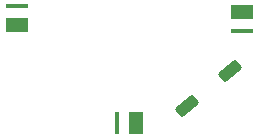
<source format=gbr>
%TF.GenerationSoftware,KiCad,Pcbnew,8.0.5*%
%TF.CreationDate,2024-10-26T17:45:05+02:00*%
%TF.ProjectId,LEDRing,4c454452-696e-4672-9e6b-696361645f70,rev?*%
%TF.SameCoordinates,Original*%
%TF.FileFunction,Paste,Top*%
%TF.FilePolarity,Positive*%
%FSLAX46Y46*%
G04 Gerber Fmt 4.6, Leading zero omitted, Abs format (unit mm)*
G04 Created by KiCad (PCBNEW 8.0.5) date 2024-10-26 17:45:05*
%MOMM*%
%LPD*%
G01*
G04 APERTURE LIST*
G04 Aperture macros list*
%AMRoundRect*
0 Rectangle with rounded corners*
0 $1 Rounding radius*
0 $2 $3 $4 $5 $6 $7 $8 $9 X,Y pos of 4 corners*
0 Add a 4 corners polygon primitive as box body*
4,1,4,$2,$3,$4,$5,$6,$7,$8,$9,$2,$3,0*
0 Add four circle primitives for the rounded corners*
1,1,$1+$1,$2,$3*
1,1,$1+$1,$4,$5*
1,1,$1+$1,$6,$7*
1,1,$1+$1,$8,$9*
0 Add four rect primitives between the rounded corners*
20,1,$1+$1,$2,$3,$4,$5,0*
20,1,$1+$1,$4,$5,$6,$7,0*
20,1,$1+$1,$6,$7,$8,$9,0*
20,1,$1+$1,$8,$9,$2,$3,0*%
G04 Aperture macros list end*
%ADD10R,1.300000X1.900000*%
%ADD11R,0.400000X1.900000*%
%ADD12R,1.900000X1.300000*%
%ADD13R,1.900000X0.400000*%
%ADD14RoundRect,0.250000X-0.735230X-0.290580X-0.413836X-0.673602X0.735230X0.290580X0.413836X0.673602X0*%
G04 APERTURE END LIST*
D10*
%TO.C,D3*%
X150575000Y-108800000D03*
D11*
X148925000Y-108800000D03*
%TD*%
D12*
%TO.C,D2*%
X140500000Y-100575000D03*
D13*
X140500000Y-98925000D03*
%TD*%
D12*
%TO.C,D1*%
X159500000Y-99425000D03*
D13*
X159500000Y-101075000D03*
%TD*%
D14*
%TO.C,J2*%
X154900000Y-107400000D03*
%TD*%
%TO.C,J1*%
X158500000Y-104400000D03*
%TD*%
M02*

</source>
